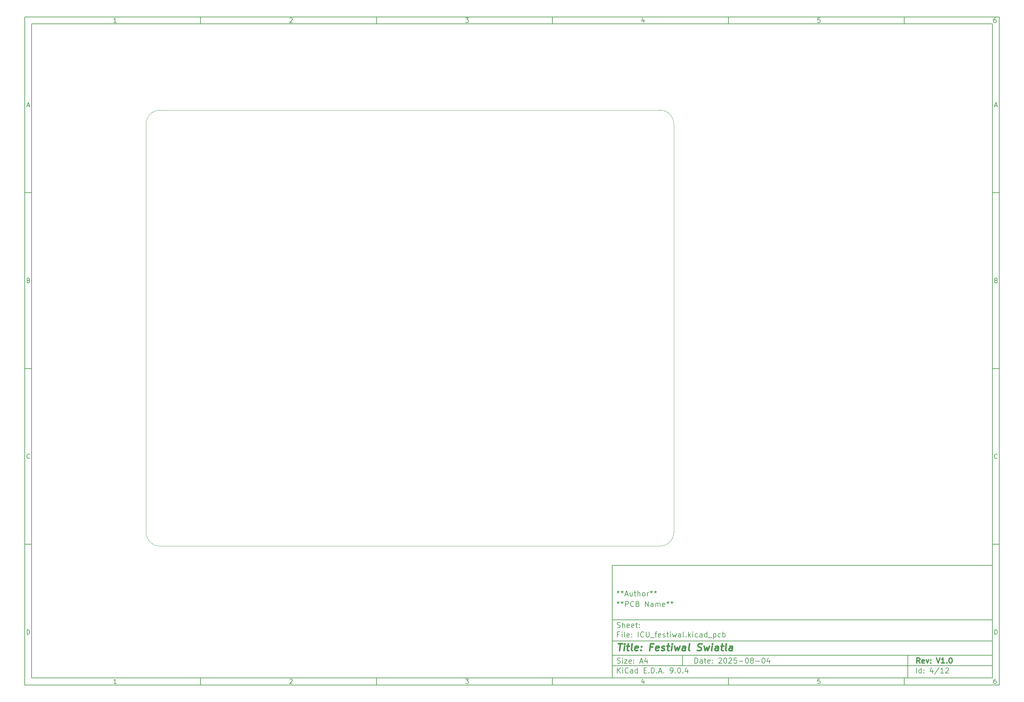
<source format=gbr>
%TF.GenerationSoftware,KiCad,Pcbnew,9.0.4*%
%TF.CreationDate,2025-08-27T10:42:59+02:00*%
%TF.ProjectId,ICU_festiwal,4943555f-6665-4737-9469-77616c2e6b69,V1.0*%
%TF.SameCoordinates,Original*%
%TF.FileFunction,Paste,Bot*%
%TF.FilePolarity,Positive*%
%FSLAX46Y46*%
G04 Gerber Fmt 4.6, Leading zero omitted, Abs format (unit mm)*
G04 Created by KiCad (PCBNEW 9.0.4) date 2025-08-27 10:42:59*
%MOMM*%
%LPD*%
G01*
G04 APERTURE LIST*
%ADD10C,0.100000*%
%ADD11C,0.150000*%
%ADD12C,0.300000*%
%ADD13C,0.400000*%
%TA.AperFunction,Profile*%
%ADD14C,0.050000*%
%TD*%
G04 APERTURE END LIST*
D10*
D11*
X177002200Y-166007200D02*
X285002200Y-166007200D01*
X285002200Y-198007200D01*
X177002200Y-198007200D01*
X177002200Y-166007200D01*
D10*
D11*
X10000000Y-10000000D02*
X287002200Y-10000000D01*
X287002200Y-200007200D01*
X10000000Y-200007200D01*
X10000000Y-10000000D01*
D10*
D11*
X12000000Y-12000000D02*
X285002200Y-12000000D01*
X285002200Y-198007200D01*
X12000000Y-198007200D01*
X12000000Y-12000000D01*
D10*
D11*
X60000000Y-12000000D02*
X60000000Y-10000000D01*
D10*
D11*
X110000000Y-12000000D02*
X110000000Y-10000000D01*
D10*
D11*
X160000000Y-12000000D02*
X160000000Y-10000000D01*
D10*
D11*
X210000000Y-12000000D02*
X210000000Y-10000000D01*
D10*
D11*
X260000000Y-12000000D02*
X260000000Y-10000000D01*
D10*
D11*
X36089160Y-11593604D02*
X35346303Y-11593604D01*
X35717731Y-11593604D02*
X35717731Y-10293604D01*
X35717731Y-10293604D02*
X35593922Y-10479319D01*
X35593922Y-10479319D02*
X35470112Y-10603128D01*
X35470112Y-10603128D02*
X35346303Y-10665033D01*
D10*
D11*
X85346303Y-10417414D02*
X85408207Y-10355509D01*
X85408207Y-10355509D02*
X85532017Y-10293604D01*
X85532017Y-10293604D02*
X85841541Y-10293604D01*
X85841541Y-10293604D02*
X85965350Y-10355509D01*
X85965350Y-10355509D02*
X86027255Y-10417414D01*
X86027255Y-10417414D02*
X86089160Y-10541223D01*
X86089160Y-10541223D02*
X86089160Y-10665033D01*
X86089160Y-10665033D02*
X86027255Y-10850747D01*
X86027255Y-10850747D02*
X85284398Y-11593604D01*
X85284398Y-11593604D02*
X86089160Y-11593604D01*
D10*
D11*
X135284398Y-10293604D02*
X136089160Y-10293604D01*
X136089160Y-10293604D02*
X135655826Y-10788842D01*
X135655826Y-10788842D02*
X135841541Y-10788842D01*
X135841541Y-10788842D02*
X135965350Y-10850747D01*
X135965350Y-10850747D02*
X136027255Y-10912652D01*
X136027255Y-10912652D02*
X136089160Y-11036461D01*
X136089160Y-11036461D02*
X136089160Y-11345985D01*
X136089160Y-11345985D02*
X136027255Y-11469795D01*
X136027255Y-11469795D02*
X135965350Y-11531700D01*
X135965350Y-11531700D02*
X135841541Y-11593604D01*
X135841541Y-11593604D02*
X135470112Y-11593604D01*
X135470112Y-11593604D02*
X135346303Y-11531700D01*
X135346303Y-11531700D02*
X135284398Y-11469795D01*
D10*
D11*
X185965350Y-10726938D02*
X185965350Y-11593604D01*
X185655826Y-10231700D02*
X185346303Y-11160271D01*
X185346303Y-11160271D02*
X186151064Y-11160271D01*
D10*
D11*
X236027255Y-10293604D02*
X235408207Y-10293604D01*
X235408207Y-10293604D02*
X235346303Y-10912652D01*
X235346303Y-10912652D02*
X235408207Y-10850747D01*
X235408207Y-10850747D02*
X235532017Y-10788842D01*
X235532017Y-10788842D02*
X235841541Y-10788842D01*
X235841541Y-10788842D02*
X235965350Y-10850747D01*
X235965350Y-10850747D02*
X236027255Y-10912652D01*
X236027255Y-10912652D02*
X236089160Y-11036461D01*
X236089160Y-11036461D02*
X236089160Y-11345985D01*
X236089160Y-11345985D02*
X236027255Y-11469795D01*
X236027255Y-11469795D02*
X235965350Y-11531700D01*
X235965350Y-11531700D02*
X235841541Y-11593604D01*
X235841541Y-11593604D02*
X235532017Y-11593604D01*
X235532017Y-11593604D02*
X235408207Y-11531700D01*
X235408207Y-11531700D02*
X235346303Y-11469795D01*
D10*
D11*
X285965350Y-10293604D02*
X285717731Y-10293604D01*
X285717731Y-10293604D02*
X285593922Y-10355509D01*
X285593922Y-10355509D02*
X285532017Y-10417414D01*
X285532017Y-10417414D02*
X285408207Y-10603128D01*
X285408207Y-10603128D02*
X285346303Y-10850747D01*
X285346303Y-10850747D02*
X285346303Y-11345985D01*
X285346303Y-11345985D02*
X285408207Y-11469795D01*
X285408207Y-11469795D02*
X285470112Y-11531700D01*
X285470112Y-11531700D02*
X285593922Y-11593604D01*
X285593922Y-11593604D02*
X285841541Y-11593604D01*
X285841541Y-11593604D02*
X285965350Y-11531700D01*
X285965350Y-11531700D02*
X286027255Y-11469795D01*
X286027255Y-11469795D02*
X286089160Y-11345985D01*
X286089160Y-11345985D02*
X286089160Y-11036461D01*
X286089160Y-11036461D02*
X286027255Y-10912652D01*
X286027255Y-10912652D02*
X285965350Y-10850747D01*
X285965350Y-10850747D02*
X285841541Y-10788842D01*
X285841541Y-10788842D02*
X285593922Y-10788842D01*
X285593922Y-10788842D02*
X285470112Y-10850747D01*
X285470112Y-10850747D02*
X285408207Y-10912652D01*
X285408207Y-10912652D02*
X285346303Y-11036461D01*
D10*
D11*
X60000000Y-198007200D02*
X60000000Y-200007200D01*
D10*
D11*
X110000000Y-198007200D02*
X110000000Y-200007200D01*
D10*
D11*
X160000000Y-198007200D02*
X160000000Y-200007200D01*
D10*
D11*
X210000000Y-198007200D02*
X210000000Y-200007200D01*
D10*
D11*
X260000000Y-198007200D02*
X260000000Y-200007200D01*
D10*
D11*
X36089160Y-199600804D02*
X35346303Y-199600804D01*
X35717731Y-199600804D02*
X35717731Y-198300804D01*
X35717731Y-198300804D02*
X35593922Y-198486519D01*
X35593922Y-198486519D02*
X35470112Y-198610328D01*
X35470112Y-198610328D02*
X35346303Y-198672233D01*
D10*
D11*
X85346303Y-198424614D02*
X85408207Y-198362709D01*
X85408207Y-198362709D02*
X85532017Y-198300804D01*
X85532017Y-198300804D02*
X85841541Y-198300804D01*
X85841541Y-198300804D02*
X85965350Y-198362709D01*
X85965350Y-198362709D02*
X86027255Y-198424614D01*
X86027255Y-198424614D02*
X86089160Y-198548423D01*
X86089160Y-198548423D02*
X86089160Y-198672233D01*
X86089160Y-198672233D02*
X86027255Y-198857947D01*
X86027255Y-198857947D02*
X85284398Y-199600804D01*
X85284398Y-199600804D02*
X86089160Y-199600804D01*
D10*
D11*
X135284398Y-198300804D02*
X136089160Y-198300804D01*
X136089160Y-198300804D02*
X135655826Y-198796042D01*
X135655826Y-198796042D02*
X135841541Y-198796042D01*
X135841541Y-198796042D02*
X135965350Y-198857947D01*
X135965350Y-198857947D02*
X136027255Y-198919852D01*
X136027255Y-198919852D02*
X136089160Y-199043661D01*
X136089160Y-199043661D02*
X136089160Y-199353185D01*
X136089160Y-199353185D02*
X136027255Y-199476995D01*
X136027255Y-199476995D02*
X135965350Y-199538900D01*
X135965350Y-199538900D02*
X135841541Y-199600804D01*
X135841541Y-199600804D02*
X135470112Y-199600804D01*
X135470112Y-199600804D02*
X135346303Y-199538900D01*
X135346303Y-199538900D02*
X135284398Y-199476995D01*
D10*
D11*
X185965350Y-198734138D02*
X185965350Y-199600804D01*
X185655826Y-198238900D02*
X185346303Y-199167471D01*
X185346303Y-199167471D02*
X186151064Y-199167471D01*
D10*
D11*
X236027255Y-198300804D02*
X235408207Y-198300804D01*
X235408207Y-198300804D02*
X235346303Y-198919852D01*
X235346303Y-198919852D02*
X235408207Y-198857947D01*
X235408207Y-198857947D02*
X235532017Y-198796042D01*
X235532017Y-198796042D02*
X235841541Y-198796042D01*
X235841541Y-198796042D02*
X235965350Y-198857947D01*
X235965350Y-198857947D02*
X236027255Y-198919852D01*
X236027255Y-198919852D02*
X236089160Y-199043661D01*
X236089160Y-199043661D02*
X236089160Y-199353185D01*
X236089160Y-199353185D02*
X236027255Y-199476995D01*
X236027255Y-199476995D02*
X235965350Y-199538900D01*
X235965350Y-199538900D02*
X235841541Y-199600804D01*
X235841541Y-199600804D02*
X235532017Y-199600804D01*
X235532017Y-199600804D02*
X235408207Y-199538900D01*
X235408207Y-199538900D02*
X235346303Y-199476995D01*
D10*
D11*
X285965350Y-198300804D02*
X285717731Y-198300804D01*
X285717731Y-198300804D02*
X285593922Y-198362709D01*
X285593922Y-198362709D02*
X285532017Y-198424614D01*
X285532017Y-198424614D02*
X285408207Y-198610328D01*
X285408207Y-198610328D02*
X285346303Y-198857947D01*
X285346303Y-198857947D02*
X285346303Y-199353185D01*
X285346303Y-199353185D02*
X285408207Y-199476995D01*
X285408207Y-199476995D02*
X285470112Y-199538900D01*
X285470112Y-199538900D02*
X285593922Y-199600804D01*
X285593922Y-199600804D02*
X285841541Y-199600804D01*
X285841541Y-199600804D02*
X285965350Y-199538900D01*
X285965350Y-199538900D02*
X286027255Y-199476995D01*
X286027255Y-199476995D02*
X286089160Y-199353185D01*
X286089160Y-199353185D02*
X286089160Y-199043661D01*
X286089160Y-199043661D02*
X286027255Y-198919852D01*
X286027255Y-198919852D02*
X285965350Y-198857947D01*
X285965350Y-198857947D02*
X285841541Y-198796042D01*
X285841541Y-198796042D02*
X285593922Y-198796042D01*
X285593922Y-198796042D02*
X285470112Y-198857947D01*
X285470112Y-198857947D02*
X285408207Y-198919852D01*
X285408207Y-198919852D02*
X285346303Y-199043661D01*
D10*
D11*
X10000000Y-60000000D02*
X12000000Y-60000000D01*
D10*
D11*
X10000000Y-110000000D02*
X12000000Y-110000000D01*
D10*
D11*
X10000000Y-160000000D02*
X12000000Y-160000000D01*
D10*
D11*
X10690476Y-35222176D02*
X11309523Y-35222176D01*
X10566666Y-35593604D02*
X10999999Y-34293604D01*
X10999999Y-34293604D02*
X11433333Y-35593604D01*
D10*
D11*
X11092857Y-84912652D02*
X11278571Y-84974557D01*
X11278571Y-84974557D02*
X11340476Y-85036461D01*
X11340476Y-85036461D02*
X11402380Y-85160271D01*
X11402380Y-85160271D02*
X11402380Y-85345985D01*
X11402380Y-85345985D02*
X11340476Y-85469795D01*
X11340476Y-85469795D02*
X11278571Y-85531700D01*
X11278571Y-85531700D02*
X11154761Y-85593604D01*
X11154761Y-85593604D02*
X10659523Y-85593604D01*
X10659523Y-85593604D02*
X10659523Y-84293604D01*
X10659523Y-84293604D02*
X11092857Y-84293604D01*
X11092857Y-84293604D02*
X11216666Y-84355509D01*
X11216666Y-84355509D02*
X11278571Y-84417414D01*
X11278571Y-84417414D02*
X11340476Y-84541223D01*
X11340476Y-84541223D02*
X11340476Y-84665033D01*
X11340476Y-84665033D02*
X11278571Y-84788842D01*
X11278571Y-84788842D02*
X11216666Y-84850747D01*
X11216666Y-84850747D02*
X11092857Y-84912652D01*
X11092857Y-84912652D02*
X10659523Y-84912652D01*
D10*
D11*
X11402380Y-135469795D02*
X11340476Y-135531700D01*
X11340476Y-135531700D02*
X11154761Y-135593604D01*
X11154761Y-135593604D02*
X11030952Y-135593604D01*
X11030952Y-135593604D02*
X10845238Y-135531700D01*
X10845238Y-135531700D02*
X10721428Y-135407890D01*
X10721428Y-135407890D02*
X10659523Y-135284080D01*
X10659523Y-135284080D02*
X10597619Y-135036461D01*
X10597619Y-135036461D02*
X10597619Y-134850747D01*
X10597619Y-134850747D02*
X10659523Y-134603128D01*
X10659523Y-134603128D02*
X10721428Y-134479319D01*
X10721428Y-134479319D02*
X10845238Y-134355509D01*
X10845238Y-134355509D02*
X11030952Y-134293604D01*
X11030952Y-134293604D02*
X11154761Y-134293604D01*
X11154761Y-134293604D02*
X11340476Y-134355509D01*
X11340476Y-134355509D02*
X11402380Y-134417414D01*
D10*
D11*
X10659523Y-185593604D02*
X10659523Y-184293604D01*
X10659523Y-184293604D02*
X10969047Y-184293604D01*
X10969047Y-184293604D02*
X11154761Y-184355509D01*
X11154761Y-184355509D02*
X11278571Y-184479319D01*
X11278571Y-184479319D02*
X11340476Y-184603128D01*
X11340476Y-184603128D02*
X11402380Y-184850747D01*
X11402380Y-184850747D02*
X11402380Y-185036461D01*
X11402380Y-185036461D02*
X11340476Y-185284080D01*
X11340476Y-185284080D02*
X11278571Y-185407890D01*
X11278571Y-185407890D02*
X11154761Y-185531700D01*
X11154761Y-185531700D02*
X10969047Y-185593604D01*
X10969047Y-185593604D02*
X10659523Y-185593604D01*
D10*
D11*
X287002200Y-60000000D02*
X285002200Y-60000000D01*
D10*
D11*
X287002200Y-110000000D02*
X285002200Y-110000000D01*
D10*
D11*
X287002200Y-160000000D02*
X285002200Y-160000000D01*
D10*
D11*
X285692676Y-35222176D02*
X286311723Y-35222176D01*
X285568866Y-35593604D02*
X286002199Y-34293604D01*
X286002199Y-34293604D02*
X286435533Y-35593604D01*
D10*
D11*
X286095057Y-84912652D02*
X286280771Y-84974557D01*
X286280771Y-84974557D02*
X286342676Y-85036461D01*
X286342676Y-85036461D02*
X286404580Y-85160271D01*
X286404580Y-85160271D02*
X286404580Y-85345985D01*
X286404580Y-85345985D02*
X286342676Y-85469795D01*
X286342676Y-85469795D02*
X286280771Y-85531700D01*
X286280771Y-85531700D02*
X286156961Y-85593604D01*
X286156961Y-85593604D02*
X285661723Y-85593604D01*
X285661723Y-85593604D02*
X285661723Y-84293604D01*
X285661723Y-84293604D02*
X286095057Y-84293604D01*
X286095057Y-84293604D02*
X286218866Y-84355509D01*
X286218866Y-84355509D02*
X286280771Y-84417414D01*
X286280771Y-84417414D02*
X286342676Y-84541223D01*
X286342676Y-84541223D02*
X286342676Y-84665033D01*
X286342676Y-84665033D02*
X286280771Y-84788842D01*
X286280771Y-84788842D02*
X286218866Y-84850747D01*
X286218866Y-84850747D02*
X286095057Y-84912652D01*
X286095057Y-84912652D02*
X285661723Y-84912652D01*
D10*
D11*
X286404580Y-135469795D02*
X286342676Y-135531700D01*
X286342676Y-135531700D02*
X286156961Y-135593604D01*
X286156961Y-135593604D02*
X286033152Y-135593604D01*
X286033152Y-135593604D02*
X285847438Y-135531700D01*
X285847438Y-135531700D02*
X285723628Y-135407890D01*
X285723628Y-135407890D02*
X285661723Y-135284080D01*
X285661723Y-135284080D02*
X285599819Y-135036461D01*
X285599819Y-135036461D02*
X285599819Y-134850747D01*
X285599819Y-134850747D02*
X285661723Y-134603128D01*
X285661723Y-134603128D02*
X285723628Y-134479319D01*
X285723628Y-134479319D02*
X285847438Y-134355509D01*
X285847438Y-134355509D02*
X286033152Y-134293604D01*
X286033152Y-134293604D02*
X286156961Y-134293604D01*
X286156961Y-134293604D02*
X286342676Y-134355509D01*
X286342676Y-134355509D02*
X286404580Y-134417414D01*
D10*
D11*
X285661723Y-185593604D02*
X285661723Y-184293604D01*
X285661723Y-184293604D02*
X285971247Y-184293604D01*
X285971247Y-184293604D02*
X286156961Y-184355509D01*
X286156961Y-184355509D02*
X286280771Y-184479319D01*
X286280771Y-184479319D02*
X286342676Y-184603128D01*
X286342676Y-184603128D02*
X286404580Y-184850747D01*
X286404580Y-184850747D02*
X286404580Y-185036461D01*
X286404580Y-185036461D02*
X286342676Y-185284080D01*
X286342676Y-185284080D02*
X286280771Y-185407890D01*
X286280771Y-185407890D02*
X286156961Y-185531700D01*
X286156961Y-185531700D02*
X285971247Y-185593604D01*
X285971247Y-185593604D02*
X285661723Y-185593604D01*
D10*
D11*
X200458026Y-193793328D02*
X200458026Y-192293328D01*
X200458026Y-192293328D02*
X200815169Y-192293328D01*
X200815169Y-192293328D02*
X201029455Y-192364757D01*
X201029455Y-192364757D02*
X201172312Y-192507614D01*
X201172312Y-192507614D02*
X201243741Y-192650471D01*
X201243741Y-192650471D02*
X201315169Y-192936185D01*
X201315169Y-192936185D02*
X201315169Y-193150471D01*
X201315169Y-193150471D02*
X201243741Y-193436185D01*
X201243741Y-193436185D02*
X201172312Y-193579042D01*
X201172312Y-193579042D02*
X201029455Y-193721900D01*
X201029455Y-193721900D02*
X200815169Y-193793328D01*
X200815169Y-193793328D02*
X200458026Y-193793328D01*
X202600884Y-193793328D02*
X202600884Y-193007614D01*
X202600884Y-193007614D02*
X202529455Y-192864757D01*
X202529455Y-192864757D02*
X202386598Y-192793328D01*
X202386598Y-192793328D02*
X202100884Y-192793328D01*
X202100884Y-192793328D02*
X201958026Y-192864757D01*
X202600884Y-193721900D02*
X202458026Y-193793328D01*
X202458026Y-193793328D02*
X202100884Y-193793328D01*
X202100884Y-193793328D02*
X201958026Y-193721900D01*
X201958026Y-193721900D02*
X201886598Y-193579042D01*
X201886598Y-193579042D02*
X201886598Y-193436185D01*
X201886598Y-193436185D02*
X201958026Y-193293328D01*
X201958026Y-193293328D02*
X202100884Y-193221900D01*
X202100884Y-193221900D02*
X202458026Y-193221900D01*
X202458026Y-193221900D02*
X202600884Y-193150471D01*
X203100884Y-192793328D02*
X203672312Y-192793328D01*
X203315169Y-192293328D02*
X203315169Y-193579042D01*
X203315169Y-193579042D02*
X203386598Y-193721900D01*
X203386598Y-193721900D02*
X203529455Y-193793328D01*
X203529455Y-193793328D02*
X203672312Y-193793328D01*
X204743741Y-193721900D02*
X204600884Y-193793328D01*
X204600884Y-193793328D02*
X204315170Y-193793328D01*
X204315170Y-193793328D02*
X204172312Y-193721900D01*
X204172312Y-193721900D02*
X204100884Y-193579042D01*
X204100884Y-193579042D02*
X204100884Y-193007614D01*
X204100884Y-193007614D02*
X204172312Y-192864757D01*
X204172312Y-192864757D02*
X204315170Y-192793328D01*
X204315170Y-192793328D02*
X204600884Y-192793328D01*
X204600884Y-192793328D02*
X204743741Y-192864757D01*
X204743741Y-192864757D02*
X204815170Y-193007614D01*
X204815170Y-193007614D02*
X204815170Y-193150471D01*
X204815170Y-193150471D02*
X204100884Y-193293328D01*
X205458026Y-193650471D02*
X205529455Y-193721900D01*
X205529455Y-193721900D02*
X205458026Y-193793328D01*
X205458026Y-193793328D02*
X205386598Y-193721900D01*
X205386598Y-193721900D02*
X205458026Y-193650471D01*
X205458026Y-193650471D02*
X205458026Y-193793328D01*
X205458026Y-192864757D02*
X205529455Y-192936185D01*
X205529455Y-192936185D02*
X205458026Y-193007614D01*
X205458026Y-193007614D02*
X205386598Y-192936185D01*
X205386598Y-192936185D02*
X205458026Y-192864757D01*
X205458026Y-192864757D02*
X205458026Y-193007614D01*
X207243741Y-192436185D02*
X207315169Y-192364757D01*
X207315169Y-192364757D02*
X207458027Y-192293328D01*
X207458027Y-192293328D02*
X207815169Y-192293328D01*
X207815169Y-192293328D02*
X207958027Y-192364757D01*
X207958027Y-192364757D02*
X208029455Y-192436185D01*
X208029455Y-192436185D02*
X208100884Y-192579042D01*
X208100884Y-192579042D02*
X208100884Y-192721900D01*
X208100884Y-192721900D02*
X208029455Y-192936185D01*
X208029455Y-192936185D02*
X207172312Y-193793328D01*
X207172312Y-193793328D02*
X208100884Y-193793328D01*
X209029455Y-192293328D02*
X209172312Y-192293328D01*
X209172312Y-192293328D02*
X209315169Y-192364757D01*
X209315169Y-192364757D02*
X209386598Y-192436185D01*
X209386598Y-192436185D02*
X209458026Y-192579042D01*
X209458026Y-192579042D02*
X209529455Y-192864757D01*
X209529455Y-192864757D02*
X209529455Y-193221900D01*
X209529455Y-193221900D02*
X209458026Y-193507614D01*
X209458026Y-193507614D02*
X209386598Y-193650471D01*
X209386598Y-193650471D02*
X209315169Y-193721900D01*
X209315169Y-193721900D02*
X209172312Y-193793328D01*
X209172312Y-193793328D02*
X209029455Y-193793328D01*
X209029455Y-193793328D02*
X208886598Y-193721900D01*
X208886598Y-193721900D02*
X208815169Y-193650471D01*
X208815169Y-193650471D02*
X208743740Y-193507614D01*
X208743740Y-193507614D02*
X208672312Y-193221900D01*
X208672312Y-193221900D02*
X208672312Y-192864757D01*
X208672312Y-192864757D02*
X208743740Y-192579042D01*
X208743740Y-192579042D02*
X208815169Y-192436185D01*
X208815169Y-192436185D02*
X208886598Y-192364757D01*
X208886598Y-192364757D02*
X209029455Y-192293328D01*
X210100883Y-192436185D02*
X210172311Y-192364757D01*
X210172311Y-192364757D02*
X210315169Y-192293328D01*
X210315169Y-192293328D02*
X210672311Y-192293328D01*
X210672311Y-192293328D02*
X210815169Y-192364757D01*
X210815169Y-192364757D02*
X210886597Y-192436185D01*
X210886597Y-192436185D02*
X210958026Y-192579042D01*
X210958026Y-192579042D02*
X210958026Y-192721900D01*
X210958026Y-192721900D02*
X210886597Y-192936185D01*
X210886597Y-192936185D02*
X210029454Y-193793328D01*
X210029454Y-193793328D02*
X210958026Y-193793328D01*
X212315168Y-192293328D02*
X211600882Y-192293328D01*
X211600882Y-192293328D02*
X211529454Y-193007614D01*
X211529454Y-193007614D02*
X211600882Y-192936185D01*
X211600882Y-192936185D02*
X211743740Y-192864757D01*
X211743740Y-192864757D02*
X212100882Y-192864757D01*
X212100882Y-192864757D02*
X212243740Y-192936185D01*
X212243740Y-192936185D02*
X212315168Y-193007614D01*
X212315168Y-193007614D02*
X212386597Y-193150471D01*
X212386597Y-193150471D02*
X212386597Y-193507614D01*
X212386597Y-193507614D02*
X212315168Y-193650471D01*
X212315168Y-193650471D02*
X212243740Y-193721900D01*
X212243740Y-193721900D02*
X212100882Y-193793328D01*
X212100882Y-193793328D02*
X211743740Y-193793328D01*
X211743740Y-193793328D02*
X211600882Y-193721900D01*
X211600882Y-193721900D02*
X211529454Y-193650471D01*
X213029453Y-193221900D02*
X214172311Y-193221900D01*
X215172311Y-192293328D02*
X215315168Y-192293328D01*
X215315168Y-192293328D02*
X215458025Y-192364757D01*
X215458025Y-192364757D02*
X215529454Y-192436185D01*
X215529454Y-192436185D02*
X215600882Y-192579042D01*
X215600882Y-192579042D02*
X215672311Y-192864757D01*
X215672311Y-192864757D02*
X215672311Y-193221900D01*
X215672311Y-193221900D02*
X215600882Y-193507614D01*
X215600882Y-193507614D02*
X215529454Y-193650471D01*
X215529454Y-193650471D02*
X215458025Y-193721900D01*
X215458025Y-193721900D02*
X215315168Y-193793328D01*
X215315168Y-193793328D02*
X215172311Y-193793328D01*
X215172311Y-193793328D02*
X215029454Y-193721900D01*
X215029454Y-193721900D02*
X214958025Y-193650471D01*
X214958025Y-193650471D02*
X214886596Y-193507614D01*
X214886596Y-193507614D02*
X214815168Y-193221900D01*
X214815168Y-193221900D02*
X214815168Y-192864757D01*
X214815168Y-192864757D02*
X214886596Y-192579042D01*
X214886596Y-192579042D02*
X214958025Y-192436185D01*
X214958025Y-192436185D02*
X215029454Y-192364757D01*
X215029454Y-192364757D02*
X215172311Y-192293328D01*
X216529453Y-192936185D02*
X216386596Y-192864757D01*
X216386596Y-192864757D02*
X216315167Y-192793328D01*
X216315167Y-192793328D02*
X216243739Y-192650471D01*
X216243739Y-192650471D02*
X216243739Y-192579042D01*
X216243739Y-192579042D02*
X216315167Y-192436185D01*
X216315167Y-192436185D02*
X216386596Y-192364757D01*
X216386596Y-192364757D02*
X216529453Y-192293328D01*
X216529453Y-192293328D02*
X216815167Y-192293328D01*
X216815167Y-192293328D02*
X216958025Y-192364757D01*
X216958025Y-192364757D02*
X217029453Y-192436185D01*
X217029453Y-192436185D02*
X217100882Y-192579042D01*
X217100882Y-192579042D02*
X217100882Y-192650471D01*
X217100882Y-192650471D02*
X217029453Y-192793328D01*
X217029453Y-192793328D02*
X216958025Y-192864757D01*
X216958025Y-192864757D02*
X216815167Y-192936185D01*
X216815167Y-192936185D02*
X216529453Y-192936185D01*
X216529453Y-192936185D02*
X216386596Y-193007614D01*
X216386596Y-193007614D02*
X216315167Y-193079042D01*
X216315167Y-193079042D02*
X216243739Y-193221900D01*
X216243739Y-193221900D02*
X216243739Y-193507614D01*
X216243739Y-193507614D02*
X216315167Y-193650471D01*
X216315167Y-193650471D02*
X216386596Y-193721900D01*
X216386596Y-193721900D02*
X216529453Y-193793328D01*
X216529453Y-193793328D02*
X216815167Y-193793328D01*
X216815167Y-193793328D02*
X216958025Y-193721900D01*
X216958025Y-193721900D02*
X217029453Y-193650471D01*
X217029453Y-193650471D02*
X217100882Y-193507614D01*
X217100882Y-193507614D02*
X217100882Y-193221900D01*
X217100882Y-193221900D02*
X217029453Y-193079042D01*
X217029453Y-193079042D02*
X216958025Y-193007614D01*
X216958025Y-193007614D02*
X216815167Y-192936185D01*
X217743738Y-193221900D02*
X218886596Y-193221900D01*
X219886596Y-192293328D02*
X220029453Y-192293328D01*
X220029453Y-192293328D02*
X220172310Y-192364757D01*
X220172310Y-192364757D02*
X220243739Y-192436185D01*
X220243739Y-192436185D02*
X220315167Y-192579042D01*
X220315167Y-192579042D02*
X220386596Y-192864757D01*
X220386596Y-192864757D02*
X220386596Y-193221900D01*
X220386596Y-193221900D02*
X220315167Y-193507614D01*
X220315167Y-193507614D02*
X220243739Y-193650471D01*
X220243739Y-193650471D02*
X220172310Y-193721900D01*
X220172310Y-193721900D02*
X220029453Y-193793328D01*
X220029453Y-193793328D02*
X219886596Y-193793328D01*
X219886596Y-193793328D02*
X219743739Y-193721900D01*
X219743739Y-193721900D02*
X219672310Y-193650471D01*
X219672310Y-193650471D02*
X219600881Y-193507614D01*
X219600881Y-193507614D02*
X219529453Y-193221900D01*
X219529453Y-193221900D02*
X219529453Y-192864757D01*
X219529453Y-192864757D02*
X219600881Y-192579042D01*
X219600881Y-192579042D02*
X219672310Y-192436185D01*
X219672310Y-192436185D02*
X219743739Y-192364757D01*
X219743739Y-192364757D02*
X219886596Y-192293328D01*
X221672310Y-192793328D02*
X221672310Y-193793328D01*
X221315167Y-192221900D02*
X220958024Y-193293328D01*
X220958024Y-193293328D02*
X221886595Y-193293328D01*
D10*
D11*
X177002200Y-194507200D02*
X285002200Y-194507200D01*
D10*
D11*
X178458026Y-196593328D02*
X178458026Y-195093328D01*
X179315169Y-196593328D02*
X178672312Y-195736185D01*
X179315169Y-195093328D02*
X178458026Y-195950471D01*
X179958026Y-196593328D02*
X179958026Y-195593328D01*
X179958026Y-195093328D02*
X179886598Y-195164757D01*
X179886598Y-195164757D02*
X179958026Y-195236185D01*
X179958026Y-195236185D02*
X180029455Y-195164757D01*
X180029455Y-195164757D02*
X179958026Y-195093328D01*
X179958026Y-195093328D02*
X179958026Y-195236185D01*
X181529455Y-196450471D02*
X181458027Y-196521900D01*
X181458027Y-196521900D02*
X181243741Y-196593328D01*
X181243741Y-196593328D02*
X181100884Y-196593328D01*
X181100884Y-196593328D02*
X180886598Y-196521900D01*
X180886598Y-196521900D02*
X180743741Y-196379042D01*
X180743741Y-196379042D02*
X180672312Y-196236185D01*
X180672312Y-196236185D02*
X180600884Y-195950471D01*
X180600884Y-195950471D02*
X180600884Y-195736185D01*
X180600884Y-195736185D02*
X180672312Y-195450471D01*
X180672312Y-195450471D02*
X180743741Y-195307614D01*
X180743741Y-195307614D02*
X180886598Y-195164757D01*
X180886598Y-195164757D02*
X181100884Y-195093328D01*
X181100884Y-195093328D02*
X181243741Y-195093328D01*
X181243741Y-195093328D02*
X181458027Y-195164757D01*
X181458027Y-195164757D02*
X181529455Y-195236185D01*
X182815170Y-196593328D02*
X182815170Y-195807614D01*
X182815170Y-195807614D02*
X182743741Y-195664757D01*
X182743741Y-195664757D02*
X182600884Y-195593328D01*
X182600884Y-195593328D02*
X182315170Y-195593328D01*
X182315170Y-195593328D02*
X182172312Y-195664757D01*
X182815170Y-196521900D02*
X182672312Y-196593328D01*
X182672312Y-196593328D02*
X182315170Y-196593328D01*
X182315170Y-196593328D02*
X182172312Y-196521900D01*
X182172312Y-196521900D02*
X182100884Y-196379042D01*
X182100884Y-196379042D02*
X182100884Y-196236185D01*
X182100884Y-196236185D02*
X182172312Y-196093328D01*
X182172312Y-196093328D02*
X182315170Y-196021900D01*
X182315170Y-196021900D02*
X182672312Y-196021900D01*
X182672312Y-196021900D02*
X182815170Y-195950471D01*
X184172313Y-196593328D02*
X184172313Y-195093328D01*
X184172313Y-196521900D02*
X184029455Y-196593328D01*
X184029455Y-196593328D02*
X183743741Y-196593328D01*
X183743741Y-196593328D02*
X183600884Y-196521900D01*
X183600884Y-196521900D02*
X183529455Y-196450471D01*
X183529455Y-196450471D02*
X183458027Y-196307614D01*
X183458027Y-196307614D02*
X183458027Y-195879042D01*
X183458027Y-195879042D02*
X183529455Y-195736185D01*
X183529455Y-195736185D02*
X183600884Y-195664757D01*
X183600884Y-195664757D02*
X183743741Y-195593328D01*
X183743741Y-195593328D02*
X184029455Y-195593328D01*
X184029455Y-195593328D02*
X184172313Y-195664757D01*
X186029455Y-195807614D02*
X186529455Y-195807614D01*
X186743741Y-196593328D02*
X186029455Y-196593328D01*
X186029455Y-196593328D02*
X186029455Y-195093328D01*
X186029455Y-195093328D02*
X186743741Y-195093328D01*
X187386598Y-196450471D02*
X187458027Y-196521900D01*
X187458027Y-196521900D02*
X187386598Y-196593328D01*
X187386598Y-196593328D02*
X187315170Y-196521900D01*
X187315170Y-196521900D02*
X187386598Y-196450471D01*
X187386598Y-196450471D02*
X187386598Y-196593328D01*
X188100884Y-196593328D02*
X188100884Y-195093328D01*
X188100884Y-195093328D02*
X188458027Y-195093328D01*
X188458027Y-195093328D02*
X188672313Y-195164757D01*
X188672313Y-195164757D02*
X188815170Y-195307614D01*
X188815170Y-195307614D02*
X188886599Y-195450471D01*
X188886599Y-195450471D02*
X188958027Y-195736185D01*
X188958027Y-195736185D02*
X188958027Y-195950471D01*
X188958027Y-195950471D02*
X188886599Y-196236185D01*
X188886599Y-196236185D02*
X188815170Y-196379042D01*
X188815170Y-196379042D02*
X188672313Y-196521900D01*
X188672313Y-196521900D02*
X188458027Y-196593328D01*
X188458027Y-196593328D02*
X188100884Y-196593328D01*
X189600884Y-196450471D02*
X189672313Y-196521900D01*
X189672313Y-196521900D02*
X189600884Y-196593328D01*
X189600884Y-196593328D02*
X189529456Y-196521900D01*
X189529456Y-196521900D02*
X189600884Y-196450471D01*
X189600884Y-196450471D02*
X189600884Y-196593328D01*
X190243742Y-196164757D02*
X190958028Y-196164757D01*
X190100885Y-196593328D02*
X190600885Y-195093328D01*
X190600885Y-195093328D02*
X191100885Y-196593328D01*
X191600884Y-196450471D02*
X191672313Y-196521900D01*
X191672313Y-196521900D02*
X191600884Y-196593328D01*
X191600884Y-196593328D02*
X191529456Y-196521900D01*
X191529456Y-196521900D02*
X191600884Y-196450471D01*
X191600884Y-196450471D02*
X191600884Y-196593328D01*
X193529456Y-196593328D02*
X193815170Y-196593328D01*
X193815170Y-196593328D02*
X193958027Y-196521900D01*
X193958027Y-196521900D02*
X194029456Y-196450471D01*
X194029456Y-196450471D02*
X194172313Y-196236185D01*
X194172313Y-196236185D02*
X194243742Y-195950471D01*
X194243742Y-195950471D02*
X194243742Y-195379042D01*
X194243742Y-195379042D02*
X194172313Y-195236185D01*
X194172313Y-195236185D02*
X194100885Y-195164757D01*
X194100885Y-195164757D02*
X193958027Y-195093328D01*
X193958027Y-195093328D02*
X193672313Y-195093328D01*
X193672313Y-195093328D02*
X193529456Y-195164757D01*
X193529456Y-195164757D02*
X193458027Y-195236185D01*
X193458027Y-195236185D02*
X193386599Y-195379042D01*
X193386599Y-195379042D02*
X193386599Y-195736185D01*
X193386599Y-195736185D02*
X193458027Y-195879042D01*
X193458027Y-195879042D02*
X193529456Y-195950471D01*
X193529456Y-195950471D02*
X193672313Y-196021900D01*
X193672313Y-196021900D02*
X193958027Y-196021900D01*
X193958027Y-196021900D02*
X194100885Y-195950471D01*
X194100885Y-195950471D02*
X194172313Y-195879042D01*
X194172313Y-195879042D02*
X194243742Y-195736185D01*
X194886598Y-196450471D02*
X194958027Y-196521900D01*
X194958027Y-196521900D02*
X194886598Y-196593328D01*
X194886598Y-196593328D02*
X194815170Y-196521900D01*
X194815170Y-196521900D02*
X194886598Y-196450471D01*
X194886598Y-196450471D02*
X194886598Y-196593328D01*
X195886599Y-195093328D02*
X196029456Y-195093328D01*
X196029456Y-195093328D02*
X196172313Y-195164757D01*
X196172313Y-195164757D02*
X196243742Y-195236185D01*
X196243742Y-195236185D02*
X196315170Y-195379042D01*
X196315170Y-195379042D02*
X196386599Y-195664757D01*
X196386599Y-195664757D02*
X196386599Y-196021900D01*
X196386599Y-196021900D02*
X196315170Y-196307614D01*
X196315170Y-196307614D02*
X196243742Y-196450471D01*
X196243742Y-196450471D02*
X196172313Y-196521900D01*
X196172313Y-196521900D02*
X196029456Y-196593328D01*
X196029456Y-196593328D02*
X195886599Y-196593328D01*
X195886599Y-196593328D02*
X195743742Y-196521900D01*
X195743742Y-196521900D02*
X195672313Y-196450471D01*
X195672313Y-196450471D02*
X195600884Y-196307614D01*
X195600884Y-196307614D02*
X195529456Y-196021900D01*
X195529456Y-196021900D02*
X195529456Y-195664757D01*
X195529456Y-195664757D02*
X195600884Y-195379042D01*
X195600884Y-195379042D02*
X195672313Y-195236185D01*
X195672313Y-195236185D02*
X195743742Y-195164757D01*
X195743742Y-195164757D02*
X195886599Y-195093328D01*
X197029455Y-196450471D02*
X197100884Y-196521900D01*
X197100884Y-196521900D02*
X197029455Y-196593328D01*
X197029455Y-196593328D02*
X196958027Y-196521900D01*
X196958027Y-196521900D02*
X197029455Y-196450471D01*
X197029455Y-196450471D02*
X197029455Y-196593328D01*
X198386599Y-195593328D02*
X198386599Y-196593328D01*
X198029456Y-195021900D02*
X197672313Y-196093328D01*
X197672313Y-196093328D02*
X198600884Y-196093328D01*
D10*
D11*
X177002200Y-191507200D02*
X285002200Y-191507200D01*
D10*
D12*
X264413853Y-193785528D02*
X263913853Y-193071242D01*
X263556710Y-193785528D02*
X263556710Y-192285528D01*
X263556710Y-192285528D02*
X264128139Y-192285528D01*
X264128139Y-192285528D02*
X264270996Y-192356957D01*
X264270996Y-192356957D02*
X264342425Y-192428385D01*
X264342425Y-192428385D02*
X264413853Y-192571242D01*
X264413853Y-192571242D02*
X264413853Y-192785528D01*
X264413853Y-192785528D02*
X264342425Y-192928385D01*
X264342425Y-192928385D02*
X264270996Y-192999814D01*
X264270996Y-192999814D02*
X264128139Y-193071242D01*
X264128139Y-193071242D02*
X263556710Y-193071242D01*
X265628139Y-193714100D02*
X265485282Y-193785528D01*
X265485282Y-193785528D02*
X265199568Y-193785528D01*
X265199568Y-193785528D02*
X265056710Y-193714100D01*
X265056710Y-193714100D02*
X264985282Y-193571242D01*
X264985282Y-193571242D02*
X264985282Y-192999814D01*
X264985282Y-192999814D02*
X265056710Y-192856957D01*
X265056710Y-192856957D02*
X265199568Y-192785528D01*
X265199568Y-192785528D02*
X265485282Y-192785528D01*
X265485282Y-192785528D02*
X265628139Y-192856957D01*
X265628139Y-192856957D02*
X265699568Y-192999814D01*
X265699568Y-192999814D02*
X265699568Y-193142671D01*
X265699568Y-193142671D02*
X264985282Y-193285528D01*
X266199567Y-192785528D02*
X266556710Y-193785528D01*
X266556710Y-193785528D02*
X266913853Y-192785528D01*
X267485281Y-193642671D02*
X267556710Y-193714100D01*
X267556710Y-193714100D02*
X267485281Y-193785528D01*
X267485281Y-193785528D02*
X267413853Y-193714100D01*
X267413853Y-193714100D02*
X267485281Y-193642671D01*
X267485281Y-193642671D02*
X267485281Y-193785528D01*
X267485281Y-192856957D02*
X267556710Y-192928385D01*
X267556710Y-192928385D02*
X267485281Y-192999814D01*
X267485281Y-192999814D02*
X267413853Y-192928385D01*
X267413853Y-192928385D02*
X267485281Y-192856957D01*
X267485281Y-192856957D02*
X267485281Y-192999814D01*
X269128139Y-192285528D02*
X269628139Y-193785528D01*
X269628139Y-193785528D02*
X270128139Y-192285528D01*
X271413853Y-193785528D02*
X270556710Y-193785528D01*
X270985281Y-193785528D02*
X270985281Y-192285528D01*
X270985281Y-192285528D02*
X270842424Y-192499814D01*
X270842424Y-192499814D02*
X270699567Y-192642671D01*
X270699567Y-192642671D02*
X270556710Y-192714100D01*
X272056709Y-193642671D02*
X272128138Y-193714100D01*
X272128138Y-193714100D02*
X272056709Y-193785528D01*
X272056709Y-193785528D02*
X271985281Y-193714100D01*
X271985281Y-193714100D02*
X272056709Y-193642671D01*
X272056709Y-193642671D02*
X272056709Y-193785528D01*
X273056710Y-192285528D02*
X273199567Y-192285528D01*
X273199567Y-192285528D02*
X273342424Y-192356957D01*
X273342424Y-192356957D02*
X273413853Y-192428385D01*
X273413853Y-192428385D02*
X273485281Y-192571242D01*
X273485281Y-192571242D02*
X273556710Y-192856957D01*
X273556710Y-192856957D02*
X273556710Y-193214100D01*
X273556710Y-193214100D02*
X273485281Y-193499814D01*
X273485281Y-193499814D02*
X273413853Y-193642671D01*
X273413853Y-193642671D02*
X273342424Y-193714100D01*
X273342424Y-193714100D02*
X273199567Y-193785528D01*
X273199567Y-193785528D02*
X273056710Y-193785528D01*
X273056710Y-193785528D02*
X272913853Y-193714100D01*
X272913853Y-193714100D02*
X272842424Y-193642671D01*
X272842424Y-193642671D02*
X272770995Y-193499814D01*
X272770995Y-193499814D02*
X272699567Y-193214100D01*
X272699567Y-193214100D02*
X272699567Y-192856957D01*
X272699567Y-192856957D02*
X272770995Y-192571242D01*
X272770995Y-192571242D02*
X272842424Y-192428385D01*
X272842424Y-192428385D02*
X272913853Y-192356957D01*
X272913853Y-192356957D02*
X273056710Y-192285528D01*
D10*
D11*
X178386598Y-193721900D02*
X178600884Y-193793328D01*
X178600884Y-193793328D02*
X178958026Y-193793328D01*
X178958026Y-193793328D02*
X179100884Y-193721900D01*
X179100884Y-193721900D02*
X179172312Y-193650471D01*
X179172312Y-193650471D02*
X179243741Y-193507614D01*
X179243741Y-193507614D02*
X179243741Y-193364757D01*
X179243741Y-193364757D02*
X179172312Y-193221900D01*
X179172312Y-193221900D02*
X179100884Y-193150471D01*
X179100884Y-193150471D02*
X178958026Y-193079042D01*
X178958026Y-193079042D02*
X178672312Y-193007614D01*
X178672312Y-193007614D02*
X178529455Y-192936185D01*
X178529455Y-192936185D02*
X178458026Y-192864757D01*
X178458026Y-192864757D02*
X178386598Y-192721900D01*
X178386598Y-192721900D02*
X178386598Y-192579042D01*
X178386598Y-192579042D02*
X178458026Y-192436185D01*
X178458026Y-192436185D02*
X178529455Y-192364757D01*
X178529455Y-192364757D02*
X178672312Y-192293328D01*
X178672312Y-192293328D02*
X179029455Y-192293328D01*
X179029455Y-192293328D02*
X179243741Y-192364757D01*
X179886597Y-193793328D02*
X179886597Y-192793328D01*
X179886597Y-192293328D02*
X179815169Y-192364757D01*
X179815169Y-192364757D02*
X179886597Y-192436185D01*
X179886597Y-192436185D02*
X179958026Y-192364757D01*
X179958026Y-192364757D02*
X179886597Y-192293328D01*
X179886597Y-192293328D02*
X179886597Y-192436185D01*
X180458026Y-192793328D02*
X181243741Y-192793328D01*
X181243741Y-192793328D02*
X180458026Y-193793328D01*
X180458026Y-193793328D02*
X181243741Y-193793328D01*
X182386598Y-193721900D02*
X182243741Y-193793328D01*
X182243741Y-193793328D02*
X181958027Y-193793328D01*
X181958027Y-193793328D02*
X181815169Y-193721900D01*
X181815169Y-193721900D02*
X181743741Y-193579042D01*
X181743741Y-193579042D02*
X181743741Y-193007614D01*
X181743741Y-193007614D02*
X181815169Y-192864757D01*
X181815169Y-192864757D02*
X181958027Y-192793328D01*
X181958027Y-192793328D02*
X182243741Y-192793328D01*
X182243741Y-192793328D02*
X182386598Y-192864757D01*
X182386598Y-192864757D02*
X182458027Y-193007614D01*
X182458027Y-193007614D02*
X182458027Y-193150471D01*
X182458027Y-193150471D02*
X181743741Y-193293328D01*
X183100883Y-193650471D02*
X183172312Y-193721900D01*
X183172312Y-193721900D02*
X183100883Y-193793328D01*
X183100883Y-193793328D02*
X183029455Y-193721900D01*
X183029455Y-193721900D02*
X183100883Y-193650471D01*
X183100883Y-193650471D02*
X183100883Y-193793328D01*
X183100883Y-192864757D02*
X183172312Y-192936185D01*
X183172312Y-192936185D02*
X183100883Y-193007614D01*
X183100883Y-193007614D02*
X183029455Y-192936185D01*
X183029455Y-192936185D02*
X183100883Y-192864757D01*
X183100883Y-192864757D02*
X183100883Y-193007614D01*
X184886598Y-193364757D02*
X185600884Y-193364757D01*
X184743741Y-193793328D02*
X185243741Y-192293328D01*
X185243741Y-192293328D02*
X185743741Y-193793328D01*
X186886598Y-192793328D02*
X186886598Y-193793328D01*
X186529455Y-192221900D02*
X186172312Y-193293328D01*
X186172312Y-193293328D02*
X187100883Y-193293328D01*
D10*
D11*
X263458026Y-196593328D02*
X263458026Y-195093328D01*
X264815170Y-196593328D02*
X264815170Y-195093328D01*
X264815170Y-196521900D02*
X264672312Y-196593328D01*
X264672312Y-196593328D02*
X264386598Y-196593328D01*
X264386598Y-196593328D02*
X264243741Y-196521900D01*
X264243741Y-196521900D02*
X264172312Y-196450471D01*
X264172312Y-196450471D02*
X264100884Y-196307614D01*
X264100884Y-196307614D02*
X264100884Y-195879042D01*
X264100884Y-195879042D02*
X264172312Y-195736185D01*
X264172312Y-195736185D02*
X264243741Y-195664757D01*
X264243741Y-195664757D02*
X264386598Y-195593328D01*
X264386598Y-195593328D02*
X264672312Y-195593328D01*
X264672312Y-195593328D02*
X264815170Y-195664757D01*
X265529455Y-196450471D02*
X265600884Y-196521900D01*
X265600884Y-196521900D02*
X265529455Y-196593328D01*
X265529455Y-196593328D02*
X265458027Y-196521900D01*
X265458027Y-196521900D02*
X265529455Y-196450471D01*
X265529455Y-196450471D02*
X265529455Y-196593328D01*
X265529455Y-195664757D02*
X265600884Y-195736185D01*
X265600884Y-195736185D02*
X265529455Y-195807614D01*
X265529455Y-195807614D02*
X265458027Y-195736185D01*
X265458027Y-195736185D02*
X265529455Y-195664757D01*
X265529455Y-195664757D02*
X265529455Y-195807614D01*
X268029456Y-195593328D02*
X268029456Y-196593328D01*
X267672313Y-195021900D02*
X267315170Y-196093328D01*
X267315170Y-196093328D02*
X268243741Y-196093328D01*
X269886598Y-195021900D02*
X268600884Y-196950471D01*
X271172313Y-196593328D02*
X270315170Y-196593328D01*
X270743741Y-196593328D02*
X270743741Y-195093328D01*
X270743741Y-195093328D02*
X270600884Y-195307614D01*
X270600884Y-195307614D02*
X270458027Y-195450471D01*
X270458027Y-195450471D02*
X270315170Y-195521900D01*
X271743741Y-195236185D02*
X271815169Y-195164757D01*
X271815169Y-195164757D02*
X271958027Y-195093328D01*
X271958027Y-195093328D02*
X272315169Y-195093328D01*
X272315169Y-195093328D02*
X272458027Y-195164757D01*
X272458027Y-195164757D02*
X272529455Y-195236185D01*
X272529455Y-195236185D02*
X272600884Y-195379042D01*
X272600884Y-195379042D02*
X272600884Y-195521900D01*
X272600884Y-195521900D02*
X272529455Y-195736185D01*
X272529455Y-195736185D02*
X271672312Y-196593328D01*
X271672312Y-196593328D02*
X272600884Y-196593328D01*
D10*
D11*
X177002200Y-187507200D02*
X285002200Y-187507200D01*
D10*
D13*
X178693928Y-188211638D02*
X179836785Y-188211638D01*
X179015357Y-190211638D02*
X179265357Y-188211638D01*
X180253452Y-190211638D02*
X180420119Y-188878304D01*
X180503452Y-188211638D02*
X180396309Y-188306876D01*
X180396309Y-188306876D02*
X180479643Y-188402114D01*
X180479643Y-188402114D02*
X180586786Y-188306876D01*
X180586786Y-188306876D02*
X180503452Y-188211638D01*
X180503452Y-188211638D02*
X180479643Y-188402114D01*
X181086786Y-188878304D02*
X181848690Y-188878304D01*
X181455833Y-188211638D02*
X181241548Y-189925923D01*
X181241548Y-189925923D02*
X181312976Y-190116400D01*
X181312976Y-190116400D02*
X181491548Y-190211638D01*
X181491548Y-190211638D02*
X181682024Y-190211638D01*
X182634405Y-190211638D02*
X182455833Y-190116400D01*
X182455833Y-190116400D02*
X182384405Y-189925923D01*
X182384405Y-189925923D02*
X182598690Y-188211638D01*
X184170119Y-190116400D02*
X183967738Y-190211638D01*
X183967738Y-190211638D02*
X183586785Y-190211638D01*
X183586785Y-190211638D02*
X183408214Y-190116400D01*
X183408214Y-190116400D02*
X183336785Y-189925923D01*
X183336785Y-189925923D02*
X183432024Y-189164019D01*
X183432024Y-189164019D02*
X183551071Y-188973542D01*
X183551071Y-188973542D02*
X183753452Y-188878304D01*
X183753452Y-188878304D02*
X184134404Y-188878304D01*
X184134404Y-188878304D02*
X184312976Y-188973542D01*
X184312976Y-188973542D02*
X184384404Y-189164019D01*
X184384404Y-189164019D02*
X184360595Y-189354495D01*
X184360595Y-189354495D02*
X183384404Y-189544971D01*
X185134405Y-190021161D02*
X185217738Y-190116400D01*
X185217738Y-190116400D02*
X185110595Y-190211638D01*
X185110595Y-190211638D02*
X185027262Y-190116400D01*
X185027262Y-190116400D02*
X185134405Y-190021161D01*
X185134405Y-190021161D02*
X185110595Y-190211638D01*
X185265357Y-188973542D02*
X185348690Y-189068780D01*
X185348690Y-189068780D02*
X185241548Y-189164019D01*
X185241548Y-189164019D02*
X185158214Y-189068780D01*
X185158214Y-189068780D02*
X185265357Y-188973542D01*
X185265357Y-188973542D02*
X185241548Y-189164019D01*
X188384405Y-189164019D02*
X187717739Y-189164019D01*
X187586786Y-190211638D02*
X187836786Y-188211638D01*
X187836786Y-188211638D02*
X188789167Y-188211638D01*
X190074882Y-190116400D02*
X189872501Y-190211638D01*
X189872501Y-190211638D02*
X189491548Y-190211638D01*
X189491548Y-190211638D02*
X189312977Y-190116400D01*
X189312977Y-190116400D02*
X189241548Y-189925923D01*
X189241548Y-189925923D02*
X189336787Y-189164019D01*
X189336787Y-189164019D02*
X189455834Y-188973542D01*
X189455834Y-188973542D02*
X189658215Y-188878304D01*
X189658215Y-188878304D02*
X190039167Y-188878304D01*
X190039167Y-188878304D02*
X190217739Y-188973542D01*
X190217739Y-188973542D02*
X190289167Y-189164019D01*
X190289167Y-189164019D02*
X190265358Y-189354495D01*
X190265358Y-189354495D02*
X189289167Y-189544971D01*
X190932025Y-190116400D02*
X191110596Y-190211638D01*
X191110596Y-190211638D02*
X191491549Y-190211638D01*
X191491549Y-190211638D02*
X191693930Y-190116400D01*
X191693930Y-190116400D02*
X191812977Y-189925923D01*
X191812977Y-189925923D02*
X191824882Y-189830685D01*
X191824882Y-189830685D02*
X191753453Y-189640209D01*
X191753453Y-189640209D02*
X191574882Y-189544971D01*
X191574882Y-189544971D02*
X191289168Y-189544971D01*
X191289168Y-189544971D02*
X191110596Y-189449733D01*
X191110596Y-189449733D02*
X191039168Y-189259257D01*
X191039168Y-189259257D02*
X191051073Y-189164019D01*
X191051073Y-189164019D02*
X191170120Y-188973542D01*
X191170120Y-188973542D02*
X191372501Y-188878304D01*
X191372501Y-188878304D02*
X191658215Y-188878304D01*
X191658215Y-188878304D02*
X191836787Y-188973542D01*
X192515359Y-188878304D02*
X193277263Y-188878304D01*
X192884406Y-188211638D02*
X192670121Y-189925923D01*
X192670121Y-189925923D02*
X192741549Y-190116400D01*
X192741549Y-190116400D02*
X192920121Y-190211638D01*
X192920121Y-190211638D02*
X193110597Y-190211638D01*
X193777263Y-190211638D02*
X193943930Y-188878304D01*
X194027263Y-188211638D02*
X193920120Y-188306876D01*
X193920120Y-188306876D02*
X194003454Y-188402114D01*
X194003454Y-188402114D02*
X194110597Y-188306876D01*
X194110597Y-188306876D02*
X194027263Y-188211638D01*
X194027263Y-188211638D02*
X194003454Y-188402114D01*
X194705835Y-188878304D02*
X194920120Y-190211638D01*
X194920120Y-190211638D02*
X195420120Y-189259257D01*
X195420120Y-189259257D02*
X195682025Y-190211638D01*
X195682025Y-190211638D02*
X196229644Y-188878304D01*
X197682025Y-190211638D02*
X197812977Y-189164019D01*
X197812977Y-189164019D02*
X197741549Y-188973542D01*
X197741549Y-188973542D02*
X197562977Y-188878304D01*
X197562977Y-188878304D02*
X197182025Y-188878304D01*
X197182025Y-188878304D02*
X196979644Y-188973542D01*
X197693930Y-190116400D02*
X197491549Y-190211638D01*
X197491549Y-190211638D02*
X197015358Y-190211638D01*
X197015358Y-190211638D02*
X196836787Y-190116400D01*
X196836787Y-190116400D02*
X196765358Y-189925923D01*
X196765358Y-189925923D02*
X196789168Y-189735447D01*
X196789168Y-189735447D02*
X196908216Y-189544971D01*
X196908216Y-189544971D02*
X197110597Y-189449733D01*
X197110597Y-189449733D02*
X197586787Y-189449733D01*
X197586787Y-189449733D02*
X197789168Y-189354495D01*
X198920121Y-190211638D02*
X198741549Y-190116400D01*
X198741549Y-190116400D02*
X198670121Y-189925923D01*
X198670121Y-189925923D02*
X198884406Y-188211638D01*
X201122502Y-190116400D02*
X201396311Y-190211638D01*
X201396311Y-190211638D02*
X201872502Y-190211638D01*
X201872502Y-190211638D02*
X202074883Y-190116400D01*
X202074883Y-190116400D02*
X202182026Y-190021161D01*
X202182026Y-190021161D02*
X202301073Y-189830685D01*
X202301073Y-189830685D02*
X202324883Y-189640209D01*
X202324883Y-189640209D02*
X202253454Y-189449733D01*
X202253454Y-189449733D02*
X202170121Y-189354495D01*
X202170121Y-189354495D02*
X201991550Y-189259257D01*
X201991550Y-189259257D02*
X201622502Y-189164019D01*
X201622502Y-189164019D02*
X201443930Y-189068780D01*
X201443930Y-189068780D02*
X201360597Y-188973542D01*
X201360597Y-188973542D02*
X201289169Y-188783066D01*
X201289169Y-188783066D02*
X201312978Y-188592590D01*
X201312978Y-188592590D02*
X201432026Y-188402114D01*
X201432026Y-188402114D02*
X201539169Y-188306876D01*
X201539169Y-188306876D02*
X201741550Y-188211638D01*
X201741550Y-188211638D02*
X202217740Y-188211638D01*
X202217740Y-188211638D02*
X202491550Y-188306876D01*
X203086788Y-188878304D02*
X203301073Y-190211638D01*
X203301073Y-190211638D02*
X203801073Y-189259257D01*
X203801073Y-189259257D02*
X204062978Y-190211638D01*
X204062978Y-190211638D02*
X204610597Y-188878304D01*
X205205835Y-190211638D02*
X205372502Y-188878304D01*
X205455835Y-188211638D02*
X205348692Y-188306876D01*
X205348692Y-188306876D02*
X205432026Y-188402114D01*
X205432026Y-188402114D02*
X205539169Y-188306876D01*
X205539169Y-188306876D02*
X205455835Y-188211638D01*
X205455835Y-188211638D02*
X205432026Y-188402114D01*
X207015359Y-190211638D02*
X207146311Y-189164019D01*
X207146311Y-189164019D02*
X207074883Y-188973542D01*
X207074883Y-188973542D02*
X206896311Y-188878304D01*
X206896311Y-188878304D02*
X206515359Y-188878304D01*
X206515359Y-188878304D02*
X206312978Y-188973542D01*
X207027264Y-190116400D02*
X206824883Y-190211638D01*
X206824883Y-190211638D02*
X206348692Y-190211638D01*
X206348692Y-190211638D02*
X206170121Y-190116400D01*
X206170121Y-190116400D02*
X206098692Y-189925923D01*
X206098692Y-189925923D02*
X206122502Y-189735447D01*
X206122502Y-189735447D02*
X206241550Y-189544971D01*
X206241550Y-189544971D02*
X206443931Y-189449733D01*
X206443931Y-189449733D02*
X206920121Y-189449733D01*
X206920121Y-189449733D02*
X207122502Y-189354495D01*
X207848693Y-188878304D02*
X208610597Y-188878304D01*
X208217740Y-188211638D02*
X208003455Y-189925923D01*
X208003455Y-189925923D02*
X208074883Y-190116400D01*
X208074883Y-190116400D02*
X208253455Y-190211638D01*
X208253455Y-190211638D02*
X208443931Y-190211638D01*
X209396312Y-190211638D02*
X209217740Y-190116400D01*
X209217740Y-190116400D02*
X209146312Y-189925923D01*
X209146312Y-189925923D02*
X209360597Y-188211638D01*
X211015359Y-190211638D02*
X211146311Y-189164019D01*
X211146311Y-189164019D02*
X211074883Y-188973542D01*
X211074883Y-188973542D02*
X210896311Y-188878304D01*
X210896311Y-188878304D02*
X210515359Y-188878304D01*
X210515359Y-188878304D02*
X210312978Y-188973542D01*
X211027264Y-190116400D02*
X210824883Y-190211638D01*
X210824883Y-190211638D02*
X210348692Y-190211638D01*
X210348692Y-190211638D02*
X210170121Y-190116400D01*
X210170121Y-190116400D02*
X210098692Y-189925923D01*
X210098692Y-189925923D02*
X210122502Y-189735447D01*
X210122502Y-189735447D02*
X210241550Y-189544971D01*
X210241550Y-189544971D02*
X210443931Y-189449733D01*
X210443931Y-189449733D02*
X210920121Y-189449733D01*
X210920121Y-189449733D02*
X211122502Y-189354495D01*
D10*
D11*
X178958026Y-185607614D02*
X178458026Y-185607614D01*
X178458026Y-186393328D02*
X178458026Y-184893328D01*
X178458026Y-184893328D02*
X179172312Y-184893328D01*
X179743740Y-186393328D02*
X179743740Y-185393328D01*
X179743740Y-184893328D02*
X179672312Y-184964757D01*
X179672312Y-184964757D02*
X179743740Y-185036185D01*
X179743740Y-185036185D02*
X179815169Y-184964757D01*
X179815169Y-184964757D02*
X179743740Y-184893328D01*
X179743740Y-184893328D02*
X179743740Y-185036185D01*
X180672312Y-186393328D02*
X180529455Y-186321900D01*
X180529455Y-186321900D02*
X180458026Y-186179042D01*
X180458026Y-186179042D02*
X180458026Y-184893328D01*
X181815169Y-186321900D02*
X181672312Y-186393328D01*
X181672312Y-186393328D02*
X181386598Y-186393328D01*
X181386598Y-186393328D02*
X181243740Y-186321900D01*
X181243740Y-186321900D02*
X181172312Y-186179042D01*
X181172312Y-186179042D02*
X181172312Y-185607614D01*
X181172312Y-185607614D02*
X181243740Y-185464757D01*
X181243740Y-185464757D02*
X181386598Y-185393328D01*
X181386598Y-185393328D02*
X181672312Y-185393328D01*
X181672312Y-185393328D02*
X181815169Y-185464757D01*
X181815169Y-185464757D02*
X181886598Y-185607614D01*
X181886598Y-185607614D02*
X181886598Y-185750471D01*
X181886598Y-185750471D02*
X181172312Y-185893328D01*
X182529454Y-186250471D02*
X182600883Y-186321900D01*
X182600883Y-186321900D02*
X182529454Y-186393328D01*
X182529454Y-186393328D02*
X182458026Y-186321900D01*
X182458026Y-186321900D02*
X182529454Y-186250471D01*
X182529454Y-186250471D02*
X182529454Y-186393328D01*
X182529454Y-185464757D02*
X182600883Y-185536185D01*
X182600883Y-185536185D02*
X182529454Y-185607614D01*
X182529454Y-185607614D02*
X182458026Y-185536185D01*
X182458026Y-185536185D02*
X182529454Y-185464757D01*
X182529454Y-185464757D02*
X182529454Y-185607614D01*
X184386597Y-186393328D02*
X184386597Y-184893328D01*
X185958026Y-186250471D02*
X185886598Y-186321900D01*
X185886598Y-186321900D02*
X185672312Y-186393328D01*
X185672312Y-186393328D02*
X185529455Y-186393328D01*
X185529455Y-186393328D02*
X185315169Y-186321900D01*
X185315169Y-186321900D02*
X185172312Y-186179042D01*
X185172312Y-186179042D02*
X185100883Y-186036185D01*
X185100883Y-186036185D02*
X185029455Y-185750471D01*
X185029455Y-185750471D02*
X185029455Y-185536185D01*
X185029455Y-185536185D02*
X185100883Y-185250471D01*
X185100883Y-185250471D02*
X185172312Y-185107614D01*
X185172312Y-185107614D02*
X185315169Y-184964757D01*
X185315169Y-184964757D02*
X185529455Y-184893328D01*
X185529455Y-184893328D02*
X185672312Y-184893328D01*
X185672312Y-184893328D02*
X185886598Y-184964757D01*
X185886598Y-184964757D02*
X185958026Y-185036185D01*
X186600883Y-184893328D02*
X186600883Y-186107614D01*
X186600883Y-186107614D02*
X186672312Y-186250471D01*
X186672312Y-186250471D02*
X186743741Y-186321900D01*
X186743741Y-186321900D02*
X186886598Y-186393328D01*
X186886598Y-186393328D02*
X187172312Y-186393328D01*
X187172312Y-186393328D02*
X187315169Y-186321900D01*
X187315169Y-186321900D02*
X187386598Y-186250471D01*
X187386598Y-186250471D02*
X187458026Y-186107614D01*
X187458026Y-186107614D02*
X187458026Y-184893328D01*
X187815170Y-186536185D02*
X188958027Y-186536185D01*
X189100884Y-185393328D02*
X189672312Y-185393328D01*
X189315169Y-186393328D02*
X189315169Y-185107614D01*
X189315169Y-185107614D02*
X189386598Y-184964757D01*
X189386598Y-184964757D02*
X189529455Y-184893328D01*
X189529455Y-184893328D02*
X189672312Y-184893328D01*
X190743741Y-186321900D02*
X190600884Y-186393328D01*
X190600884Y-186393328D02*
X190315170Y-186393328D01*
X190315170Y-186393328D02*
X190172312Y-186321900D01*
X190172312Y-186321900D02*
X190100884Y-186179042D01*
X190100884Y-186179042D02*
X190100884Y-185607614D01*
X190100884Y-185607614D02*
X190172312Y-185464757D01*
X190172312Y-185464757D02*
X190315170Y-185393328D01*
X190315170Y-185393328D02*
X190600884Y-185393328D01*
X190600884Y-185393328D02*
X190743741Y-185464757D01*
X190743741Y-185464757D02*
X190815170Y-185607614D01*
X190815170Y-185607614D02*
X190815170Y-185750471D01*
X190815170Y-185750471D02*
X190100884Y-185893328D01*
X191386598Y-186321900D02*
X191529455Y-186393328D01*
X191529455Y-186393328D02*
X191815169Y-186393328D01*
X191815169Y-186393328D02*
X191958026Y-186321900D01*
X191958026Y-186321900D02*
X192029455Y-186179042D01*
X192029455Y-186179042D02*
X192029455Y-186107614D01*
X192029455Y-186107614D02*
X191958026Y-185964757D01*
X191958026Y-185964757D02*
X191815169Y-185893328D01*
X191815169Y-185893328D02*
X191600884Y-185893328D01*
X191600884Y-185893328D02*
X191458026Y-185821900D01*
X191458026Y-185821900D02*
X191386598Y-185679042D01*
X191386598Y-185679042D02*
X191386598Y-185607614D01*
X191386598Y-185607614D02*
X191458026Y-185464757D01*
X191458026Y-185464757D02*
X191600884Y-185393328D01*
X191600884Y-185393328D02*
X191815169Y-185393328D01*
X191815169Y-185393328D02*
X191958026Y-185464757D01*
X192458027Y-185393328D02*
X193029455Y-185393328D01*
X192672312Y-184893328D02*
X192672312Y-186179042D01*
X192672312Y-186179042D02*
X192743741Y-186321900D01*
X192743741Y-186321900D02*
X192886598Y-186393328D01*
X192886598Y-186393328D02*
X193029455Y-186393328D01*
X193529455Y-186393328D02*
X193529455Y-185393328D01*
X193529455Y-184893328D02*
X193458027Y-184964757D01*
X193458027Y-184964757D02*
X193529455Y-185036185D01*
X193529455Y-185036185D02*
X193600884Y-184964757D01*
X193600884Y-184964757D02*
X193529455Y-184893328D01*
X193529455Y-184893328D02*
X193529455Y-185036185D01*
X194100884Y-185393328D02*
X194386599Y-186393328D01*
X194386599Y-186393328D02*
X194672313Y-185679042D01*
X194672313Y-185679042D02*
X194958027Y-186393328D01*
X194958027Y-186393328D02*
X195243741Y-185393328D01*
X196458028Y-186393328D02*
X196458028Y-185607614D01*
X196458028Y-185607614D02*
X196386599Y-185464757D01*
X196386599Y-185464757D02*
X196243742Y-185393328D01*
X196243742Y-185393328D02*
X195958028Y-185393328D01*
X195958028Y-185393328D02*
X195815170Y-185464757D01*
X196458028Y-186321900D02*
X196315170Y-186393328D01*
X196315170Y-186393328D02*
X195958028Y-186393328D01*
X195958028Y-186393328D02*
X195815170Y-186321900D01*
X195815170Y-186321900D02*
X195743742Y-186179042D01*
X195743742Y-186179042D02*
X195743742Y-186036185D01*
X195743742Y-186036185D02*
X195815170Y-185893328D01*
X195815170Y-185893328D02*
X195958028Y-185821900D01*
X195958028Y-185821900D02*
X196315170Y-185821900D01*
X196315170Y-185821900D02*
X196458028Y-185750471D01*
X197386599Y-186393328D02*
X197243742Y-186321900D01*
X197243742Y-186321900D02*
X197172313Y-186179042D01*
X197172313Y-186179042D02*
X197172313Y-184893328D01*
X197958027Y-186250471D02*
X198029456Y-186321900D01*
X198029456Y-186321900D02*
X197958027Y-186393328D01*
X197958027Y-186393328D02*
X197886599Y-186321900D01*
X197886599Y-186321900D02*
X197958027Y-186250471D01*
X197958027Y-186250471D02*
X197958027Y-186393328D01*
X198672313Y-186393328D02*
X198672313Y-184893328D01*
X198815171Y-185821900D02*
X199243742Y-186393328D01*
X199243742Y-185393328D02*
X198672313Y-185964757D01*
X199886599Y-186393328D02*
X199886599Y-185393328D01*
X199886599Y-184893328D02*
X199815171Y-184964757D01*
X199815171Y-184964757D02*
X199886599Y-185036185D01*
X199886599Y-185036185D02*
X199958028Y-184964757D01*
X199958028Y-184964757D02*
X199886599Y-184893328D01*
X199886599Y-184893328D02*
X199886599Y-185036185D01*
X201243743Y-186321900D02*
X201100885Y-186393328D01*
X201100885Y-186393328D02*
X200815171Y-186393328D01*
X200815171Y-186393328D02*
X200672314Y-186321900D01*
X200672314Y-186321900D02*
X200600885Y-186250471D01*
X200600885Y-186250471D02*
X200529457Y-186107614D01*
X200529457Y-186107614D02*
X200529457Y-185679042D01*
X200529457Y-185679042D02*
X200600885Y-185536185D01*
X200600885Y-185536185D02*
X200672314Y-185464757D01*
X200672314Y-185464757D02*
X200815171Y-185393328D01*
X200815171Y-185393328D02*
X201100885Y-185393328D01*
X201100885Y-185393328D02*
X201243743Y-185464757D01*
X202529457Y-186393328D02*
X202529457Y-185607614D01*
X202529457Y-185607614D02*
X202458028Y-185464757D01*
X202458028Y-185464757D02*
X202315171Y-185393328D01*
X202315171Y-185393328D02*
X202029457Y-185393328D01*
X202029457Y-185393328D02*
X201886599Y-185464757D01*
X202529457Y-186321900D02*
X202386599Y-186393328D01*
X202386599Y-186393328D02*
X202029457Y-186393328D01*
X202029457Y-186393328D02*
X201886599Y-186321900D01*
X201886599Y-186321900D02*
X201815171Y-186179042D01*
X201815171Y-186179042D02*
X201815171Y-186036185D01*
X201815171Y-186036185D02*
X201886599Y-185893328D01*
X201886599Y-185893328D02*
X202029457Y-185821900D01*
X202029457Y-185821900D02*
X202386599Y-185821900D01*
X202386599Y-185821900D02*
X202529457Y-185750471D01*
X203886600Y-186393328D02*
X203886600Y-184893328D01*
X203886600Y-186321900D02*
X203743742Y-186393328D01*
X203743742Y-186393328D02*
X203458028Y-186393328D01*
X203458028Y-186393328D02*
X203315171Y-186321900D01*
X203315171Y-186321900D02*
X203243742Y-186250471D01*
X203243742Y-186250471D02*
X203172314Y-186107614D01*
X203172314Y-186107614D02*
X203172314Y-185679042D01*
X203172314Y-185679042D02*
X203243742Y-185536185D01*
X203243742Y-185536185D02*
X203315171Y-185464757D01*
X203315171Y-185464757D02*
X203458028Y-185393328D01*
X203458028Y-185393328D02*
X203743742Y-185393328D01*
X203743742Y-185393328D02*
X203886600Y-185464757D01*
X204243743Y-186536185D02*
X205386600Y-186536185D01*
X205743742Y-185393328D02*
X205743742Y-186893328D01*
X205743742Y-185464757D02*
X205886600Y-185393328D01*
X205886600Y-185393328D02*
X206172314Y-185393328D01*
X206172314Y-185393328D02*
X206315171Y-185464757D01*
X206315171Y-185464757D02*
X206386600Y-185536185D01*
X206386600Y-185536185D02*
X206458028Y-185679042D01*
X206458028Y-185679042D02*
X206458028Y-186107614D01*
X206458028Y-186107614D02*
X206386600Y-186250471D01*
X206386600Y-186250471D02*
X206315171Y-186321900D01*
X206315171Y-186321900D02*
X206172314Y-186393328D01*
X206172314Y-186393328D02*
X205886600Y-186393328D01*
X205886600Y-186393328D02*
X205743742Y-186321900D01*
X207743743Y-186321900D02*
X207600885Y-186393328D01*
X207600885Y-186393328D02*
X207315171Y-186393328D01*
X207315171Y-186393328D02*
X207172314Y-186321900D01*
X207172314Y-186321900D02*
X207100885Y-186250471D01*
X207100885Y-186250471D02*
X207029457Y-186107614D01*
X207029457Y-186107614D02*
X207029457Y-185679042D01*
X207029457Y-185679042D02*
X207100885Y-185536185D01*
X207100885Y-185536185D02*
X207172314Y-185464757D01*
X207172314Y-185464757D02*
X207315171Y-185393328D01*
X207315171Y-185393328D02*
X207600885Y-185393328D01*
X207600885Y-185393328D02*
X207743743Y-185464757D01*
X208386599Y-186393328D02*
X208386599Y-184893328D01*
X208386599Y-185464757D02*
X208529457Y-185393328D01*
X208529457Y-185393328D02*
X208815171Y-185393328D01*
X208815171Y-185393328D02*
X208958028Y-185464757D01*
X208958028Y-185464757D02*
X209029457Y-185536185D01*
X209029457Y-185536185D02*
X209100885Y-185679042D01*
X209100885Y-185679042D02*
X209100885Y-186107614D01*
X209100885Y-186107614D02*
X209029457Y-186250471D01*
X209029457Y-186250471D02*
X208958028Y-186321900D01*
X208958028Y-186321900D02*
X208815171Y-186393328D01*
X208815171Y-186393328D02*
X208529457Y-186393328D01*
X208529457Y-186393328D02*
X208386599Y-186321900D01*
D10*
D11*
X177002200Y-181507200D02*
X285002200Y-181507200D01*
D10*
D11*
X178386598Y-183621900D02*
X178600884Y-183693328D01*
X178600884Y-183693328D02*
X178958026Y-183693328D01*
X178958026Y-183693328D02*
X179100884Y-183621900D01*
X179100884Y-183621900D02*
X179172312Y-183550471D01*
X179172312Y-183550471D02*
X179243741Y-183407614D01*
X179243741Y-183407614D02*
X179243741Y-183264757D01*
X179243741Y-183264757D02*
X179172312Y-183121900D01*
X179172312Y-183121900D02*
X179100884Y-183050471D01*
X179100884Y-183050471D02*
X178958026Y-182979042D01*
X178958026Y-182979042D02*
X178672312Y-182907614D01*
X178672312Y-182907614D02*
X178529455Y-182836185D01*
X178529455Y-182836185D02*
X178458026Y-182764757D01*
X178458026Y-182764757D02*
X178386598Y-182621900D01*
X178386598Y-182621900D02*
X178386598Y-182479042D01*
X178386598Y-182479042D02*
X178458026Y-182336185D01*
X178458026Y-182336185D02*
X178529455Y-182264757D01*
X178529455Y-182264757D02*
X178672312Y-182193328D01*
X178672312Y-182193328D02*
X179029455Y-182193328D01*
X179029455Y-182193328D02*
X179243741Y-182264757D01*
X179886597Y-183693328D02*
X179886597Y-182193328D01*
X180529455Y-183693328D02*
X180529455Y-182907614D01*
X180529455Y-182907614D02*
X180458026Y-182764757D01*
X180458026Y-182764757D02*
X180315169Y-182693328D01*
X180315169Y-182693328D02*
X180100883Y-182693328D01*
X180100883Y-182693328D02*
X179958026Y-182764757D01*
X179958026Y-182764757D02*
X179886597Y-182836185D01*
X181815169Y-183621900D02*
X181672312Y-183693328D01*
X181672312Y-183693328D02*
X181386598Y-183693328D01*
X181386598Y-183693328D02*
X181243740Y-183621900D01*
X181243740Y-183621900D02*
X181172312Y-183479042D01*
X181172312Y-183479042D02*
X181172312Y-182907614D01*
X181172312Y-182907614D02*
X181243740Y-182764757D01*
X181243740Y-182764757D02*
X181386598Y-182693328D01*
X181386598Y-182693328D02*
X181672312Y-182693328D01*
X181672312Y-182693328D02*
X181815169Y-182764757D01*
X181815169Y-182764757D02*
X181886598Y-182907614D01*
X181886598Y-182907614D02*
X181886598Y-183050471D01*
X181886598Y-183050471D02*
X181172312Y-183193328D01*
X183100883Y-183621900D02*
X182958026Y-183693328D01*
X182958026Y-183693328D02*
X182672312Y-183693328D01*
X182672312Y-183693328D02*
X182529454Y-183621900D01*
X182529454Y-183621900D02*
X182458026Y-183479042D01*
X182458026Y-183479042D02*
X182458026Y-182907614D01*
X182458026Y-182907614D02*
X182529454Y-182764757D01*
X182529454Y-182764757D02*
X182672312Y-182693328D01*
X182672312Y-182693328D02*
X182958026Y-182693328D01*
X182958026Y-182693328D02*
X183100883Y-182764757D01*
X183100883Y-182764757D02*
X183172312Y-182907614D01*
X183172312Y-182907614D02*
X183172312Y-183050471D01*
X183172312Y-183050471D02*
X182458026Y-183193328D01*
X183600883Y-182693328D02*
X184172311Y-182693328D01*
X183815168Y-182193328D02*
X183815168Y-183479042D01*
X183815168Y-183479042D02*
X183886597Y-183621900D01*
X183886597Y-183621900D02*
X184029454Y-183693328D01*
X184029454Y-183693328D02*
X184172311Y-183693328D01*
X184672311Y-183550471D02*
X184743740Y-183621900D01*
X184743740Y-183621900D02*
X184672311Y-183693328D01*
X184672311Y-183693328D02*
X184600883Y-183621900D01*
X184600883Y-183621900D02*
X184672311Y-183550471D01*
X184672311Y-183550471D02*
X184672311Y-183693328D01*
X184672311Y-182764757D02*
X184743740Y-182836185D01*
X184743740Y-182836185D02*
X184672311Y-182907614D01*
X184672311Y-182907614D02*
X184600883Y-182836185D01*
X184600883Y-182836185D02*
X184672311Y-182764757D01*
X184672311Y-182764757D02*
X184672311Y-182907614D01*
D10*
D11*
X178672312Y-176193328D02*
X178672312Y-176550471D01*
X178315169Y-176407614D02*
X178672312Y-176550471D01*
X178672312Y-176550471D02*
X179029455Y-176407614D01*
X178458026Y-176836185D02*
X178672312Y-176550471D01*
X178672312Y-176550471D02*
X178886598Y-176836185D01*
X179815169Y-176193328D02*
X179815169Y-176550471D01*
X179458026Y-176407614D02*
X179815169Y-176550471D01*
X179815169Y-176550471D02*
X180172312Y-176407614D01*
X179600883Y-176836185D02*
X179815169Y-176550471D01*
X179815169Y-176550471D02*
X180029455Y-176836185D01*
X180743740Y-177693328D02*
X180743740Y-176193328D01*
X180743740Y-176193328D02*
X181315169Y-176193328D01*
X181315169Y-176193328D02*
X181458026Y-176264757D01*
X181458026Y-176264757D02*
X181529455Y-176336185D01*
X181529455Y-176336185D02*
X181600883Y-176479042D01*
X181600883Y-176479042D02*
X181600883Y-176693328D01*
X181600883Y-176693328D02*
X181529455Y-176836185D01*
X181529455Y-176836185D02*
X181458026Y-176907614D01*
X181458026Y-176907614D02*
X181315169Y-176979042D01*
X181315169Y-176979042D02*
X180743740Y-176979042D01*
X183100883Y-177550471D02*
X183029455Y-177621900D01*
X183029455Y-177621900D02*
X182815169Y-177693328D01*
X182815169Y-177693328D02*
X182672312Y-177693328D01*
X182672312Y-177693328D02*
X182458026Y-177621900D01*
X182458026Y-177621900D02*
X182315169Y-177479042D01*
X182315169Y-177479042D02*
X182243740Y-177336185D01*
X182243740Y-177336185D02*
X182172312Y-177050471D01*
X182172312Y-177050471D02*
X182172312Y-176836185D01*
X182172312Y-176836185D02*
X182243740Y-176550471D01*
X182243740Y-176550471D02*
X182315169Y-176407614D01*
X182315169Y-176407614D02*
X182458026Y-176264757D01*
X182458026Y-176264757D02*
X182672312Y-176193328D01*
X182672312Y-176193328D02*
X182815169Y-176193328D01*
X182815169Y-176193328D02*
X183029455Y-176264757D01*
X183029455Y-176264757D02*
X183100883Y-176336185D01*
X184243740Y-176907614D02*
X184458026Y-176979042D01*
X184458026Y-176979042D02*
X184529455Y-177050471D01*
X184529455Y-177050471D02*
X184600883Y-177193328D01*
X184600883Y-177193328D02*
X184600883Y-177407614D01*
X184600883Y-177407614D02*
X184529455Y-177550471D01*
X184529455Y-177550471D02*
X184458026Y-177621900D01*
X184458026Y-177621900D02*
X184315169Y-177693328D01*
X184315169Y-177693328D02*
X183743740Y-177693328D01*
X183743740Y-177693328D02*
X183743740Y-176193328D01*
X183743740Y-176193328D02*
X184243740Y-176193328D01*
X184243740Y-176193328D02*
X184386598Y-176264757D01*
X184386598Y-176264757D02*
X184458026Y-176336185D01*
X184458026Y-176336185D02*
X184529455Y-176479042D01*
X184529455Y-176479042D02*
X184529455Y-176621900D01*
X184529455Y-176621900D02*
X184458026Y-176764757D01*
X184458026Y-176764757D02*
X184386598Y-176836185D01*
X184386598Y-176836185D02*
X184243740Y-176907614D01*
X184243740Y-176907614D02*
X183743740Y-176907614D01*
X186386597Y-177693328D02*
X186386597Y-176193328D01*
X186386597Y-176193328D02*
X187243740Y-177693328D01*
X187243740Y-177693328D02*
X187243740Y-176193328D01*
X188600884Y-177693328D02*
X188600884Y-176907614D01*
X188600884Y-176907614D02*
X188529455Y-176764757D01*
X188529455Y-176764757D02*
X188386598Y-176693328D01*
X188386598Y-176693328D02*
X188100884Y-176693328D01*
X188100884Y-176693328D02*
X187958026Y-176764757D01*
X188600884Y-177621900D02*
X188458026Y-177693328D01*
X188458026Y-177693328D02*
X188100884Y-177693328D01*
X188100884Y-177693328D02*
X187958026Y-177621900D01*
X187958026Y-177621900D02*
X187886598Y-177479042D01*
X187886598Y-177479042D02*
X187886598Y-177336185D01*
X187886598Y-177336185D02*
X187958026Y-177193328D01*
X187958026Y-177193328D02*
X188100884Y-177121900D01*
X188100884Y-177121900D02*
X188458026Y-177121900D01*
X188458026Y-177121900D02*
X188600884Y-177050471D01*
X189315169Y-177693328D02*
X189315169Y-176693328D01*
X189315169Y-176836185D02*
X189386598Y-176764757D01*
X189386598Y-176764757D02*
X189529455Y-176693328D01*
X189529455Y-176693328D02*
X189743741Y-176693328D01*
X189743741Y-176693328D02*
X189886598Y-176764757D01*
X189886598Y-176764757D02*
X189958027Y-176907614D01*
X189958027Y-176907614D02*
X189958027Y-177693328D01*
X189958027Y-176907614D02*
X190029455Y-176764757D01*
X190029455Y-176764757D02*
X190172312Y-176693328D01*
X190172312Y-176693328D02*
X190386598Y-176693328D01*
X190386598Y-176693328D02*
X190529455Y-176764757D01*
X190529455Y-176764757D02*
X190600884Y-176907614D01*
X190600884Y-176907614D02*
X190600884Y-177693328D01*
X191886598Y-177621900D02*
X191743741Y-177693328D01*
X191743741Y-177693328D02*
X191458027Y-177693328D01*
X191458027Y-177693328D02*
X191315169Y-177621900D01*
X191315169Y-177621900D02*
X191243741Y-177479042D01*
X191243741Y-177479042D02*
X191243741Y-176907614D01*
X191243741Y-176907614D02*
X191315169Y-176764757D01*
X191315169Y-176764757D02*
X191458027Y-176693328D01*
X191458027Y-176693328D02*
X191743741Y-176693328D01*
X191743741Y-176693328D02*
X191886598Y-176764757D01*
X191886598Y-176764757D02*
X191958027Y-176907614D01*
X191958027Y-176907614D02*
X191958027Y-177050471D01*
X191958027Y-177050471D02*
X191243741Y-177193328D01*
X192815169Y-176193328D02*
X192815169Y-176550471D01*
X192458026Y-176407614D02*
X192815169Y-176550471D01*
X192815169Y-176550471D02*
X193172312Y-176407614D01*
X192600883Y-176836185D02*
X192815169Y-176550471D01*
X192815169Y-176550471D02*
X193029455Y-176836185D01*
X193958026Y-176193328D02*
X193958026Y-176550471D01*
X193600883Y-176407614D02*
X193958026Y-176550471D01*
X193958026Y-176550471D02*
X194315169Y-176407614D01*
X193743740Y-176836185D02*
X193958026Y-176550471D01*
X193958026Y-176550471D02*
X194172312Y-176836185D01*
D10*
D11*
X178672312Y-173193328D02*
X178672312Y-173550471D01*
X178315169Y-173407614D02*
X178672312Y-173550471D01*
X178672312Y-173550471D02*
X179029455Y-173407614D01*
X178458026Y-173836185D02*
X178672312Y-173550471D01*
X178672312Y-173550471D02*
X178886598Y-173836185D01*
X179815169Y-173193328D02*
X179815169Y-173550471D01*
X179458026Y-173407614D02*
X179815169Y-173550471D01*
X179815169Y-173550471D02*
X180172312Y-173407614D01*
X179600883Y-173836185D02*
X179815169Y-173550471D01*
X179815169Y-173550471D02*
X180029455Y-173836185D01*
X180672312Y-174264757D02*
X181386598Y-174264757D01*
X180529455Y-174693328D02*
X181029455Y-173193328D01*
X181029455Y-173193328D02*
X181529455Y-174693328D01*
X182672312Y-173693328D02*
X182672312Y-174693328D01*
X182029454Y-173693328D02*
X182029454Y-174479042D01*
X182029454Y-174479042D02*
X182100883Y-174621900D01*
X182100883Y-174621900D02*
X182243740Y-174693328D01*
X182243740Y-174693328D02*
X182458026Y-174693328D01*
X182458026Y-174693328D02*
X182600883Y-174621900D01*
X182600883Y-174621900D02*
X182672312Y-174550471D01*
X183172312Y-173693328D02*
X183743740Y-173693328D01*
X183386597Y-173193328D02*
X183386597Y-174479042D01*
X183386597Y-174479042D02*
X183458026Y-174621900D01*
X183458026Y-174621900D02*
X183600883Y-174693328D01*
X183600883Y-174693328D02*
X183743740Y-174693328D01*
X184243740Y-174693328D02*
X184243740Y-173193328D01*
X184886598Y-174693328D02*
X184886598Y-173907614D01*
X184886598Y-173907614D02*
X184815169Y-173764757D01*
X184815169Y-173764757D02*
X184672312Y-173693328D01*
X184672312Y-173693328D02*
X184458026Y-173693328D01*
X184458026Y-173693328D02*
X184315169Y-173764757D01*
X184315169Y-173764757D02*
X184243740Y-173836185D01*
X185815169Y-174693328D02*
X185672312Y-174621900D01*
X185672312Y-174621900D02*
X185600883Y-174550471D01*
X185600883Y-174550471D02*
X185529455Y-174407614D01*
X185529455Y-174407614D02*
X185529455Y-173979042D01*
X185529455Y-173979042D02*
X185600883Y-173836185D01*
X185600883Y-173836185D02*
X185672312Y-173764757D01*
X185672312Y-173764757D02*
X185815169Y-173693328D01*
X185815169Y-173693328D02*
X186029455Y-173693328D01*
X186029455Y-173693328D02*
X186172312Y-173764757D01*
X186172312Y-173764757D02*
X186243741Y-173836185D01*
X186243741Y-173836185D02*
X186315169Y-173979042D01*
X186315169Y-173979042D02*
X186315169Y-174407614D01*
X186315169Y-174407614D02*
X186243741Y-174550471D01*
X186243741Y-174550471D02*
X186172312Y-174621900D01*
X186172312Y-174621900D02*
X186029455Y-174693328D01*
X186029455Y-174693328D02*
X185815169Y-174693328D01*
X186958026Y-174693328D02*
X186958026Y-173693328D01*
X186958026Y-173979042D02*
X187029455Y-173836185D01*
X187029455Y-173836185D02*
X187100884Y-173764757D01*
X187100884Y-173764757D02*
X187243741Y-173693328D01*
X187243741Y-173693328D02*
X187386598Y-173693328D01*
X188100883Y-173193328D02*
X188100883Y-173550471D01*
X187743740Y-173407614D02*
X188100883Y-173550471D01*
X188100883Y-173550471D02*
X188458026Y-173407614D01*
X187886597Y-173836185D02*
X188100883Y-173550471D01*
X188100883Y-173550471D02*
X188315169Y-173836185D01*
X189243740Y-173193328D02*
X189243740Y-173550471D01*
X188886597Y-173407614D02*
X189243740Y-173550471D01*
X189243740Y-173550471D02*
X189600883Y-173407614D01*
X189029454Y-173836185D02*
X189243740Y-173550471D01*
X189243740Y-173550471D02*
X189458026Y-173836185D01*
D10*
D11*
X197002200Y-191507200D02*
X197002200Y-194507200D01*
D10*
D11*
X261002200Y-191507200D02*
X261002200Y-198007200D01*
D14*
X44500000Y-40500000D02*
G75*
G02*
X48500000Y-36500000I4000000J0D01*
G01*
X194500000Y-156500000D02*
G75*
G02*
X190500000Y-160500000I-4000000J0D01*
G01*
X194500000Y-40500000D02*
X194500000Y-156500000D01*
X48500000Y-36500000D02*
X190500000Y-36500000D01*
X190500000Y-160500000D02*
X48500000Y-160500000D01*
X44500000Y-156500000D02*
X44500000Y-40500000D01*
X48500000Y-160500000D02*
G75*
G02*
X44500000Y-156500000I0J4000000D01*
G01*
X190500000Y-36500000D02*
G75*
G02*
X194500000Y-40500000I0J-4000000D01*
G01*
M02*

</source>
